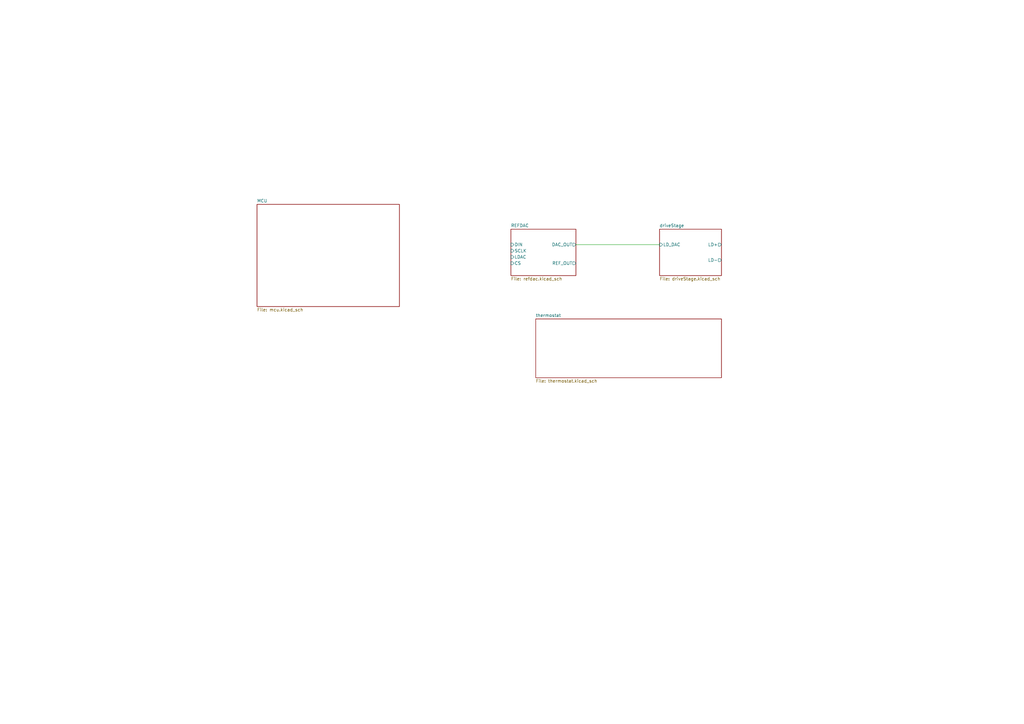
<source format=kicad_sch>
(kicad_sch (version 20211123) (generator eeschema)
  (paper "A3")
  (lib_symbols)
  (wire (pts (xy 236.22 100.33) (xy 270.51 100.33)))
  (sheet (at 209.55 93.98) (size 26.67 19.05) (stroke (width 0.1524))
    (property "Sheet name" "REFDAC" (at 209.55 93.2684 0) (effects (justify left bottom)))
    (property "Sheet file" "refdac.kicad_sch" (at 209.55 113.6146 0) (effects (justify left top)))
    (pin "REF_OUT" output (at 236.22 107.95 0))
    (pin "DIN" input (at 209.55 100.33 180))
    (pin "SCLK" input (at 209.55 102.87 180))
    (pin "LDAC" input (at 209.55 105.41 180))
    (pin "CS" input (at 209.55 107.95 180))
    (pin "DAC_OUT" output (at 236.22 100.33 0))
  )
  (sheet (at 270.51 93.98) (size 25.4 19.05) (stroke (width 0.1524))
    (property "Sheet name" "driveStage" (at 270.51 93.2684 0) (effects (justify left bottom)))
    (property "Sheet file" "driveStage.kicad_sch" (at 270.51 113.6146 0) (effects (justify left top)))
    (pin "LD-" output (at 295.91 106.68 0))
    (pin "LD+" output (at 295.91 100.33 0))
    (pin "LD_DAC" input (at 270.51 100.33 180))
  )
  (sheet (at 219.71 130.81) (size 76.2 24.13) (stroke (width 0.1524))
    (property "Sheet name" "thermostat" (at 219.71 130.0984 0) (effects (justify left bottom)))
    (property "Sheet file" "thermostat.kicad_sch" (at 219.71 155.5246 0) (effects (justify left top)))
  )
  (sheet (at 105.41 83.82) (size 58.42 41.91) (stroke (width 0.1524))
    (property "Sheet name" "MCU" (at 105.41 83.1084 0) (effects (justify left bottom)))
    (property "Sheet file" "mcu.kicad_sch" (at 105.41 126.3146 0) (effects (justify left top)))
  )
)
</source>
